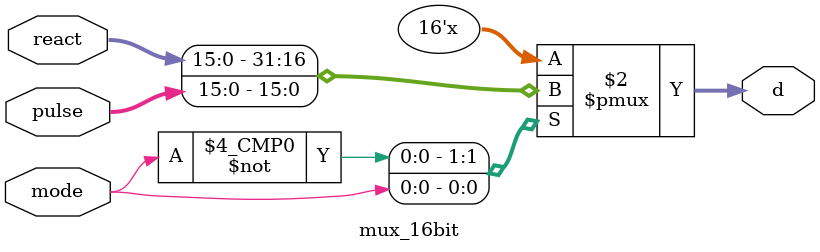
<source format=sv>
`timescale 1ns / 1ps


module mux_16bit(input logic [15:0] react, pulse, input logic mode, output logic[15:0] d);

    always_comb
    case(mode)
        1'd0 : d = react; 
        1'd1 : d = pulse; 
       
        default : d = 16'd0; 
  endcase
    
endmodule

</source>
